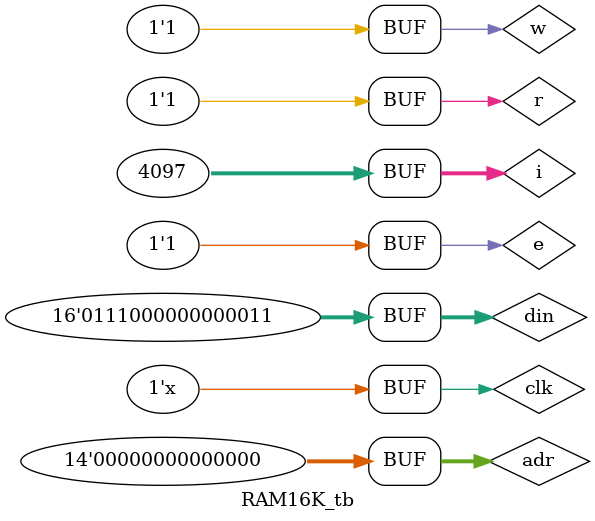
<source format=v>
module RAM16K_tb ;

    wire [15:0] dout ;
    reg [15:0] din ;
    reg e,clk,w,r ;
    reg [13:0] adr ;
    integer i ;

    initial 
        begin 
            e = 1'b1 ;
            clk = 1'b1 ;
            din = 7 ; adr = 5 ; w =1'b1 ; r = 1'b0 ; #10 ;
        end

    always 
        begin 
            clk = ~clk ; #3 ;
        end

    always 
        begin
            for(i=0;i<4097;i=i+1)
                begin
                    din = 7*i ; adr = i ; w =1'b0 ; r = 1'b1 ; #10 ;
                end
            din = din+3 ;
            for(i=0;i<4097;i=i+1)
                begin
                    adr = 4*i ; w =1'b1 ; r = 1'b1 ; #10 ;
                end

        end


RAM16K ra(e,din,clk,adr,w,r,dout) ;

endmodule

</source>
